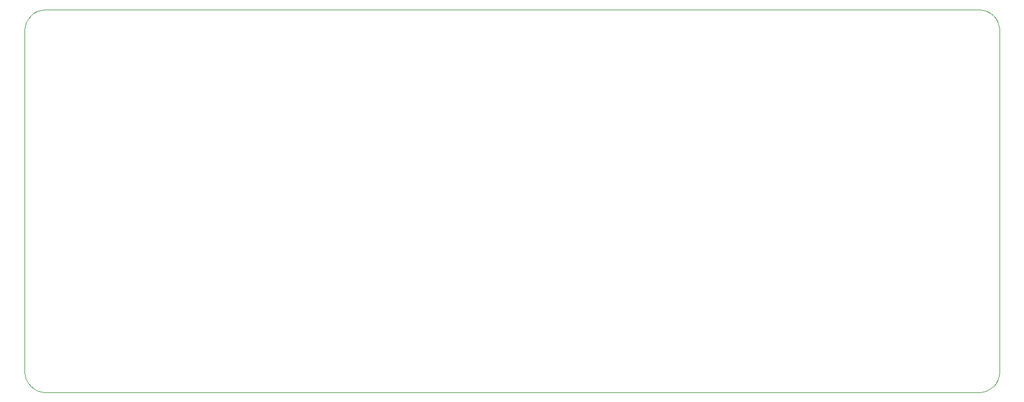
<source format=gbr>
G04 PROTEUS GERBER X2 FILE*
%TF.GenerationSoftware,Labcenter,Proteus,8.17-SP2-Build37159*%
%TF.CreationDate,2025-10-20T01:17:28+00:00*%
%TF.FileFunction,NonPlated,1,2,NPTH*%
%TF.FilePolarity,Positive*%
%TF.Part,Single*%
%TF.SameCoordinates,{dfd261b3-5dba-4516-bcbd-5d7d19192189}*%
%FSLAX45Y45*%
%MOMM*%
G01*
%TA.AperFunction,Profile*%
%ADD19C,0.101600*%
%TD.AperFunction*%
D19*
X+3390000Y+2940000D02*
X+3450453Y+2933904D01*
X+3506763Y+2916421D01*
X+3557722Y+2888758D01*
X+3602122Y+2852122D01*
X+3638758Y+2807722D01*
X+3666421Y+2756763D01*
X+3683904Y+2700453D01*
X+3690000Y+2640000D01*
X+3390000Y-2760000D02*
X+3450453Y-2753904D01*
X+3506763Y-2736421D01*
X+3557722Y-2708758D01*
X+3602122Y-2672122D01*
X+3638758Y-2627722D01*
X+3666421Y-2576763D01*
X+3683904Y-2520453D01*
X+3690000Y-2460000D01*
X-10810000Y-2460000D02*
X-10803904Y-2520453D01*
X-10786421Y-2576763D01*
X-10758758Y-2627722D01*
X-10722122Y-2672122D01*
X-10677722Y-2708758D01*
X-10626763Y-2736421D01*
X-10570453Y-2753904D01*
X-10510000Y-2760000D01*
X-10810000Y+2640000D02*
X-10803904Y+2700453D01*
X-10786421Y+2756763D01*
X-10758758Y+2807722D01*
X-10722122Y+2852122D01*
X-10677722Y+2888758D01*
X-10626763Y+2916421D01*
X-10570453Y+2933904D01*
X-10510000Y+2940000D01*
X-10810000Y-2460000D02*
X-10810000Y+2640000D01*
X-10510000Y+2940000D02*
X+3390000Y+2940000D01*
X+3690000Y+2640000D02*
X+3690000Y-2460000D01*
X+3390000Y-2760000D02*
X-10510000Y-2760000D01*
M02*

</source>
